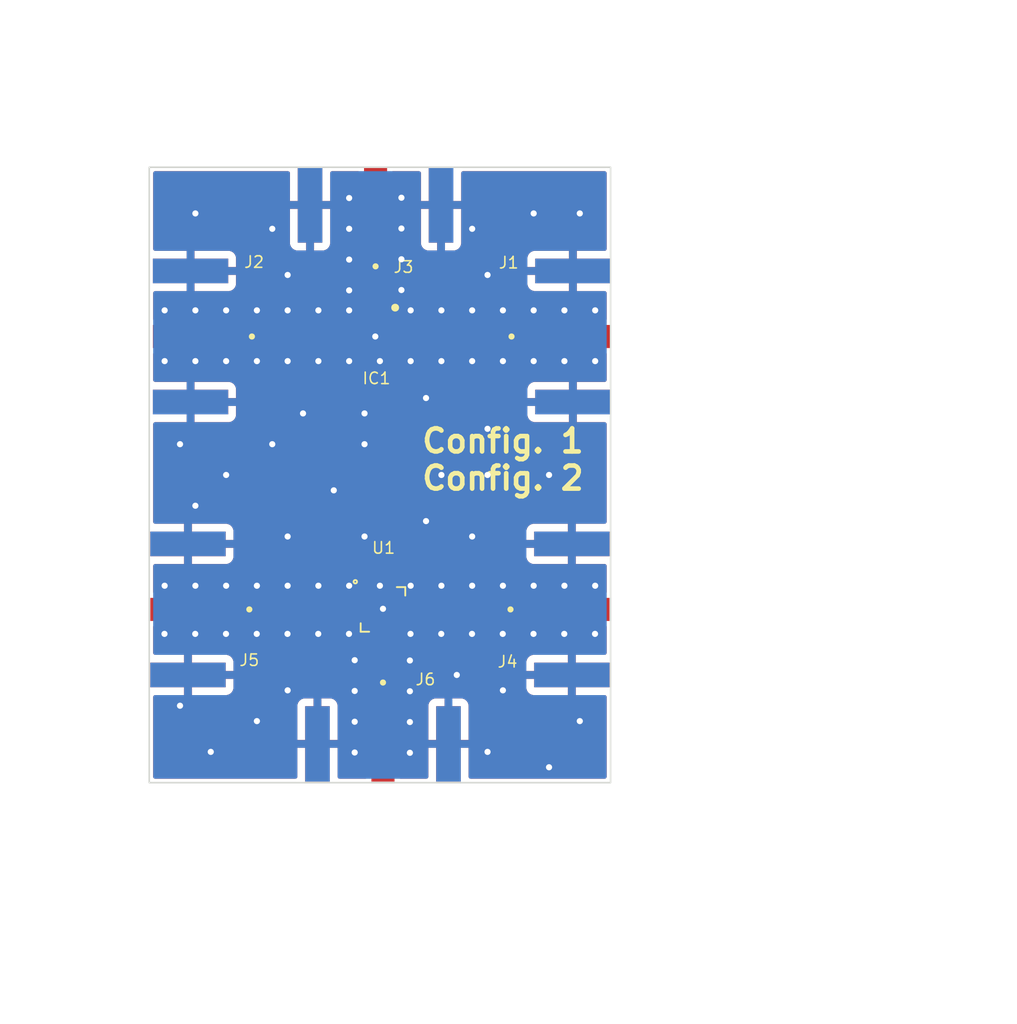
<source format=kicad_pcb>
(kicad_pcb (version 20211014) (generator pcbnew)
  (layers (0 "F.Cu" signal) (31 "B.Cu" signal) (34 "B.Paste" user) (35 "F.Paste" user) (36 "B.SilkS" user "B.Silkscreen") (37 "F.SilkS" user "F.Silkscreen") (38 "B.Mask" user) (39 "F.Mask" user) (44 "Edge.Cuts" user))
  (net 0 "")
  (net 1 "/IF 4.1")
  (net 2 "/LO 4.1")
  (net 3 "/RF 4.1")
  (net 4 "/RF 4.2")
  (net 5 "/LO 4.2")
  (net 6 "/IF 4.2")
  (net 7 "GND1")
  (footprint "SamacSys_Parts:QFN51P300X300X89-13N" (layer "F.Cu") (at 139.717501 96.000011 -90)
    (fp_text reference "IC1" (at 2.72 -0.06 -180) (layer "F.SilkS") (effects (font (size 0.75 0.75) (thickness 0.1))))
    (fp_text value "MDB-44H+" hide)
    (fp_circle (center -1.8755 -1.275) (end -1.8755 -1.1475) (layer "F.SilkS") (width 0.255) (fill none))
    (pad "1" smd rect locked (at -1.45 -0.51) (size 0.3 0.85) (layers "F.Cu" "F.Paste" "F.Mask") (net 7 "GND1"))
    (pad "2" smd rect locked (at -1.45 0) (size 0.3 0.85) (layers "F.Cu" "F.Paste" "F.Mask") (net 1 "/IF 4.1"))
    (pad "3" smd rect locked (at -1.45 0.51) (size 0.3 0.85) (layers "F.Cu" "F.Paste" "F.Mask") (net 7 "GND1"))
    (pad "4" smd rect locked (at -0.51 1.45 270) (size 0.3 0.85) (layers "F.Cu" "F.Paste" "F.Mask") (net 7 "GND1"))
    (pad "5" smd rect locked (at 0 1.45 270) (size 0.3 0.85) (layers "F.Cu" "F.Paste" "F.Mask") (net 2 "/LO 4.1"))
    (pad "6" smd rect locked (at 0.51 1.45 270) (size 0.3 0.85) (layers "F.Cu" "F.Paste" "F.Mask") (net 7 "GND1"))
    (pad "7" smd rect locked (at 1.45 0.51) (size 0.3 0.85) (layers "F.Cu" "F.Paste" "F.Mask") (net 7 "GND1"))
    (pad "8" smd rect locked (at 1.45 0) (size 0.3 0.85) (layers "F.Cu" "F.Paste" "F.Mask") (net 7 "GND1"))
    (pad "9" smd rect locked (at 1.45 -0.51) (size 0.3 0.85) (layers "F.Cu" "F.Paste" "F.Mask") (net 7 "GND1"))
    (pad "10" smd rect locked (at 0.51 -1.45 270) (size 0.3 0.85) (layers "F.Cu" "F.Paste" "F.Mask") (net 7 "GND1"))
    (pad "11" smd rect locked (at 0 -1.45 270) (size 0.3 0.85) (layers "F.Cu" "F.Paste" "F.Mask") (net 3 "/RF 4.1"))
    (pad "12" smd rect locked (at -0.51 -1.45 270) (size 0.3 0.85) (layers "F.Cu" "F.Paste" "F.Mask") (net 7 "GND1"))
    (pad "13" smd rect locked (at 0 0 270) (size 1.45 1.45) (layers "F.Cu" "F.Paste" "F.Mask") (net 7 "GND1"))
  )
  (footprint "GGS_Connectors:LINX_CONSMA020.062-G" (layer "F.Cu") (at 125.235 96 -90)
    (fp_text reference "J2" (at -4.84 -6.5825) (layer "F.SilkS") (effects (font (size 0.75 0.75) (thickness 0.1))))
    (fp_text value "SMA")
    (fp_circle (center 0 -6.44) (end 0.1 -6.44) (layer "F.SilkS") (width 0.2) (fill none))
    (pad "1" smd rect (at 0 -2.8 270) (size 1.5 5.6) (layers "F.Cu" "F.Paste" "F.Mask") (net 2 "/LO 4.1"))
    (pad "S1" smd rect (at -4.26 -2.45 270) (size 1.6 4.9) (layers "F.Cu" "F.Paste" "F.Mask") (net 7 "GND1"))
    (pad "S2" smd rect (at 4.26 -2.45 270) (size 1.6 4.9) (layers "F.Cu" "F.Paste" "F.Mask") (net 7 "GND1"))
    (pad "S3" smd rect (at -4.26 -2.45 270) (size 1.6 4.9) (layers "B.Cu" "B.Paste" "B.Mask") (net 7 "GND1"))
    (pad "S4" smd rect (at 4.26 -2.45 270) (size 1.6 4.9) (layers "B.Cu" "B.Paste" "B.Mask") (net 7 "GND1"))
  )
  (footprint "GGS_Connectors:LINX_CONSMA020.062-G" (layer "F.Cu") (at 125.0675 113.74 -90)
    (fp_text reference "J5" (at 3.3 -6.44 180) (layer "F.SilkS") (effects (font (size 0.75 0.75) (thickness 0.1))))
    (fp_text value "SMA")
    (fp_circle (center 0 -6.44) (end 0.1 -6.44) (layer "F.SilkS") (width 0.2) (fill none))
    (pad "1" smd rect (at 0 -2.8 270) (size 1.5 5.6) (layers "F.Cu" "F.Paste" "F.Mask") (net 5 "/LO 4.2"))
    (pad "S1" smd rect (at -4.26 -2.45 270) (size 1.6 4.9) (layers "F.Cu" "F.Paste" "F.Mask") (net 7 "GND1"))
    (pad "S2" smd rect (at 4.26 -2.45 270) (size 1.6 4.9) (layers "F.Cu" "F.Paste" "F.Mask") (net 7 "GND1"))
    (pad "S3" smd rect (at -4.26 -2.45 270) (size 1.6 4.9) (layers "B.Cu" "B.Paste" "B.Mask") (net 7 "GND1"))
    (pad "S4" smd rect (at 4.26 -2.45 270) (size 1.6 4.9) (layers "B.Cu" "B.Paste" "B.Mask") (net 7 "GND1"))
  )
  (footprint "GGS_Connectors:LINX_CONSMA020.062-G" (layer "F.Cu") (at 139.7175 85 180)
    (fp_text reference "J3" (at -1.82 -6.4825 180) (layer "F.SilkS") (effects (font (size 0.75 0.75) (thickness 0.1))))
    (fp_text value "SMA")
    (fp_circle (center 0 -6.44) (end 0.1 -6.44) (layer "F.SilkS") (width 0.2) (fill none))
    (pad "1" smd rect (at 0 -2.8 180) (size 1.5 5.6) (layers "F.Cu" "F.Paste" "F.Mask") (net 1 "/IF 4.1"))
    (pad "S1" smd rect (at -4.26 -2.45 180) (size 1.6 4.9) (layers "F.Cu" "F.Paste" "F.Mask") (net 7 "GND1"))
    (pad "S2" smd rect (at 4.26 -2.45 180) (size 1.6 4.9) (layers "F.Cu" "F.Paste" "F.Mask") (net 7 "GND1"))
    (pad "S3" smd rect (at -4.26 -2.45 180) (size 1.6 4.9) (layers "B.Cu" "B.Paste" "B.Mask") (net 7 "GND1"))
    (pad "S4" smd rect (at 4.26 -2.45 180) (size 1.6 4.9) (layers "B.Cu" "B.Paste" "B.Mask") (net 7 "GND1"))
  )
  (footprint "GGS_Connectors:LINX_CONSMA020.062-G" (layer "F.Cu") (at 155 96 90)
    (fp_text reference "J1" (at 4.8 -6.6225) (layer "F.SilkS") (effects (font (size 0.75 0.75) (thickness 0.1))))
    (fp_text value "SMA")
    (fp_circle (center 0 -6.44) (end 0.1 -6.44) (layer "F.SilkS") (width 0.2) (fill none))
    (pad "1" smd rect (at 0 -2.8 90) (size 1.5 5.6) (layers "F.Cu" "F.Paste" "F.Mask") (net 3 "/RF 4.1"))
    (pad "S1" smd rect (at -4.26 -2.45 90) (size 1.6 4.9) (layers "F.Cu" "F.Paste" "F.Mask") (net 7 "GND1"))
    (pad "S2" smd rect (at 4.26 -2.45 90) (size 1.6 4.9) (layers "F.Cu" "F.Paste" "F.Mask") (net 7 "GND1"))
    (pad "S3" smd rect (at -4.26 -2.45 90) (size 1.6 4.9) (layers "B.Cu" "B.Paste" "B.Mask") (net 7 "GND1"))
    (pad "S4" smd rect (at 4.26 -2.45 90) (size 1.6 4.9) (layers "B.Cu" "B.Paste" "B.Mask") (net 7 "GND1"))
  )
  (footprint "GGS_Connectors:LINX_CONSMA020.062-G" (layer "F.Cu") (at 140.2 124.9325)
    (fp_text reference "J6" (at 2.76 -6.6425 180) (layer "F.SilkS") (effects (font (size 0.75 0.75) (thickness 0.1))))
    (fp_text value "SMA")
    (fp_circle (center 0 -6.44) (end 0.1 -6.44) (layer "F.SilkS") (width 0.2) (fill none))
    (pad "1" smd rect (at 0 -2.8) (size 1.5 5.6) (layers "F.Cu" "F.Paste" "F.Mask") (net 6 "/IF 4.2"))
    (pad "S1" smd rect (at -4.26 -2.45) (size 1.6 4.9) (layers "F.Cu" "F.Paste" "F.Mask") (net 7 "GND1"))
    (pad "S2" smd rect (at 4.26 -2.45) (size 1.6 4.9) (layers "F.Cu" "F.Paste" "F.Mask") (net 7 "GND1"))
    (pad "S3" smd rect (at -4.26 -2.45) (size 1.6 4.9) (layers "B.Cu" "B.Paste" "B.Mask") (net 7 "GND1"))
    (pad "S4" smd rect (at 4.26 -2.45) (size 1.6 4.9) (layers "B.Cu" "B.Paste" "B.Mask") (net 7 "GND1"))
  )
  (footprint "Mixer_2:HMC260ALC3B" (layer "F.Cu") (at 140.199999 113.740006)
    (fp_text reference "U1" (at 0.04 -4 unlocked) (layer "F.SilkS") (effects (font (size 0.75 0.75) (thickness 0.1))))
    (fp_text value "HMC260ALC3B")
    (fp_line (start 1.45 -0.9) (end 1.45 -1.45) (layer "F.SilkS") (width 0.12))
    (fp_line (start -1.45 1.45) (end -1.45 0.9) (layer "F.SilkS") (width 0.12))
    (fp_line (start 1.45 -1.45) (end 0.9 -1.45) (layer "F.SilkS") (width 0.12))
    (fp_line (start -0.9 1.45) (end -1.45 1.45) (layer "F.SilkS") (width 0.12))
    (fp_circle (center -1.8 -1.8) (end -1.76 -1.77) (layer "F.SilkS") (width 0.12) (fill none))
    (pad "1" smd rect (at -1.5 -0.5) (size 0.9 0.3) (layers "F.Cu" "F.Paste" "F.Mask") (net 7 "GND1"))
    (pad "2" smd rect (at -1.5 0) (size 0.9 0.3) (layers "F.Cu" "F.Paste" "F.Mask") (net 5 "/LO 4.2"))
    (pad "3" smd rect (at -1.5 0.5) (size 0.9 0.3) (layers "F.Cu" "F.Paste" "F.Mask") (net 7 "GND1"))
    (pad "4" smd rect (at -0.5 1.5) (size 0.3 0.9) (layers "F.Cu" "F.Paste" "F.Mask") (net 7 "GND1"))
    (pad "5" smd rect (at 0 1.5) (size 0.3 0.9) (layers "F.Cu" "F.Paste" "F.Mask") (net 6 "/IF 4.2"))
    (pad "6" smd rect (at 0.5 1.5) (size 0.3 0.9) (layers "F.Cu" "F.Paste" "F.Mask") (net 7 "GND1"))
    (pad "7" smd rect (at 1.5 0.5) (size 0.9 0.3) (layers "F.Cu" "F.Paste" "F.Mask") (net 7 "GND1"))
    (pad "8" smd rect (at 1.5 0) (size 0.9 0.3) (layers "F.Cu" "F.Paste" "F.Mask") (net 4 "/RF 4.2"))
    (pad "9" smd rect (at 1.5 -0.5) (size 0.9 0.3) (layers "F.Cu" "F.Paste" "F.Mask") (net 7 "GND1"))
    (pad "10" smd rect (at 0.5 -1.5) (size 0.3 0.9) (layers "F.Cu" "F.Paste" "F.Mask") (net 7 "GND1"))
    (pad "11" smd rect (at 0 -1.5) (size 0.3 0.9) (layers "F.Cu" "F.Paste" "F.Mask") (net 7 "GND1"))
    (pad "12" smd rect (at -0.5 -1.5) (size 0.3 0.9) (layers "F.Cu" "F.Paste" "F.Mask") (net 7 "GND1"))
    (pad "13" smd rect (at 0 0) (size 1.5 1.5) (layers "F.Cu" "F.Paste" "F.Mask") (net 7 "GND1"))
  )
  (footprint "GGS_Connectors:LINX_CONSMA020.062-G" (layer "F.Cu") (at 154.9325 113.74 90)
    (fp_text reference "J4" (at -3.4 -6.6325) (layer "F.SilkS") (effects (font (size 0.75 0.75) (thickness 0.1))))
    (fp_text value "SMA")
    (fp_circle (center 0 -6.44) (end 0.1 -6.44) (layer "F.SilkS") (width 0.2) (fill none))
    (pad "1" smd rect (at 0 -2.8 90) (size 1.5 5.6) (layers "F.Cu" "F.Paste" "F.Mask") (net 4 "/RF 4.2"))
    (pad "S1" smd rect (at -4.26 -2.45 90) (size 1.6 4.9) (layers "F.Cu" "F.Paste" "F.Mask") (net 7 "GND1"))
    (pad "S2" smd rect (at 4.26 -2.45 90) (size 1.6 4.9) (layers "F.Cu" "F.Paste" "F.Mask") (net 7 "GND1"))
    (pad "S3" smd rect (at -4.26 -2.45 90) (size 1.6 4.9) (layers "B.Cu" "B.Paste" "B.Mask") (net 7 "GND1"))
    (pad "S4" smd rect (at 4.26 -2.45 90) (size 1.6 4.9) (layers "B.Cu" "B.Paste" "B.Mask") (net 7 "GND1"))
  )
  (gr_rect (start 125 85) (end 155 125) (layer "Edge.Cuts") (width 0.1) (fill none))
  (gr_text "Config. 1\nConfig. 2" (at 148 104) (layer "F.SilkS") (effects (font (size 1.5 1.5) (thickness 0.3))))
  (segment (start 139.7175 93.28099) (end 139.72 93.28349) (width 1.58242) (layer "F.Cu") (net 1))
  (segment (start 139.717501 94.550011) (end 139.717501 93.285989) (width 0.4) (layer "F.Cu") (net 1))
  (segment (start 139.717501 93.285989) (end 139.72 93.28349) (width 0.4) (layer "F.Cu") (net 1))
  (segment (start 139.7175 87.8) (end 139.7175 93.28099) (width 1.58242) (layer "F.Cu") (net 1))
  (segment (start 138.267501 96.000011) (end 136.960011 96.000011) (width 0.4) (layer "F.Cu") (net 2))
  (segment (start 136.960011 96.000011) (end 136.96 96) (width 0.4) (layer "F.Cu") (net 2))
  (segment (start 128.035 96) (end 136.96 96) (width 1.54178) (layer "F.Cu") (net 2))
  (segment (start 152.2 96) (end 142.44 96) (width 1.4732) (layer "F.Cu") (net 3))
  (segment (start 142.399989 96.000011) (end 141.167501 96.000011) (width 0.4) (layer "F.Cu") (net 3))
  (segment (start 143 113.74) (end 142.999994 113.740006) (width 0.4) (layer "F.Cu") (net 4))
  (segment (start 142.999994 113.740006) (end 141.699999 113.740006) (width 0.4) (layer "F.Cu") (net 4))
  (segment (start 152.1325 113.74) (end 143 113.74) (width 1.4732) (layer "F.Cu") (net 4))
  (segment (start 137.389994 113.740006) (end 138.699999 113.740006) (width 0.4) (layer "F.Cu") (net 5))
  (segment (start 127.8675 113.74) (end 137.37 113.74) (width 1.52654) (layer "F.Cu") (net 5))
  (segment (start 140.2 122.1325) (end 140.2 116.68) (width 1.59258) (layer "F.Cu") (net 6))
  (segment (start 140.199999 115.240006) (end 140.199999 116.640001) (width 0.4) (layer "F.Cu") (net 6))
  (via (at 141.95 119.06) (size 0.8) (drill 0.4) (layers "F.Cu" "B.Cu") (net 7))
  (via (at 136 97.6) (size 0.8) (drill 0.4) (layers "F.Cu" "B.Cu") (net 7))
  (via (at 132 94.3) (size 0.8) (drill 0.4) (layers "F.Cu" "B.Cu") (net 7))
  (via (at 139 109) (size 0.8) (drill 0.4) (layers "F.Cu" "B.Cu") (net 7))
  (via (at 132 121) (size 0.8) (drill 0.4) (layers "F.Cu" "B.Cu") (net 7))
  (via (at 134 94.3) (size 0.8) (drill 0.4) (layers "F.Cu" "B.Cu") (net 7))
  (via (at 138 91) (size 0.8) (drill 0.4) (layers "F.Cu" "B.Cu") (net 7))
  (via (at 147 92) (size 0.8) (drill 0.4) (layers "F.Cu" "B.Cu") (net 7))
  (via (at 130 94.3) (size 0.8) (drill 0.4) (layers "F.Cu" "B.Cu") (net 7))
  (via (at 138.36 119.04) (size 0.8) (drill 0.4) (layers "F.Cu" "B.Cu") (net 7))
  (via (at 143.99 115.33) (size 0.8) (drill 0.4) (layers "F.Cu" "B.Cu") (net 7))
  (via (at 138 97.6) (size 0.8) (drill 0.4) (layers "F.Cu" "B.Cu") (net 7))
  (via (at 126 112.2) (size 0.8) (drill 0.4) (layers "F.Cu" "B.Cu") (net 7))
  (via (at 129.99 115.33) (size 0.8) (drill 0.4) (layers "F.Cu" "B.Cu") (net 7))
  (via (at 136 112.2) (size 0.8) (drill 0.4) (layers "F.Cu" "B.Cu") (net 7))
  (via (at 152 112.2) (size 0.8) (drill 0.4) (layers "F.Cu" "B.Cu") (net 7))
  (via (at 154 94.3) (size 0.8) (drill 0.4) (layers "F.Cu" "B.Cu") (net 7))
  (via (at 133 89) (size 0.8) (drill 0.4) (layers "F.Cu" "B.Cu") (net 7))
  (via (at 142 97.6) (size 0.8) (drill 0.4) (layers "F.Cu" "B.Cu") (net 7))
  (via (at 138 94.3) (size 0.8) (drill 0.4) (layers "F.Cu" "B.Cu") (net 7))
  (via (at 150 112.2) (size 0.8) (drill 0.4) (layers "F.Cu" "B.Cu") (net 7))
  (via (at 144 105) (size 0.8) (drill 0.4) (layers "F.Cu" "B.Cu") (net 7))
  (via (at 148 97.6) (size 0.8) (drill 0.4) (layers "F.Cu" "B.Cu") (net 7))
  (via (at 143 100) (size 0.8) (drill 0.4) (layers "F.Cu" "B.Cu") (net 7))
  (via (at 147.99 115.33) (size 0.8) (drill 0.4) (layers "F.Cu" "B.Cu") (net 7))
  (via (at 138 89) (size 0.8) (drill 0.4) (layers "F.Cu" "B.Cu") (net 7))
  (via (at 137.99 115.33) (size 0.8) (drill 0.4) (layers "F.Cu" "B.Cu") (net 7))
  (via (at 151.99 115.33) (size 0.8) (drill 0.4) (layers "F.Cu" "B.Cu") (net 7))
  (via (at 138 87) (size 0.8) (drill 0.4) (layers "F.Cu" "B.Cu") (net 7))
  (via (at 146 89) (size 0.8) (drill 0.4) (layers "F.Cu" "B.Cu") (net 7))
  (via (at 139 103) (size 0.8) (drill 0.4) (layers "F.Cu" "B.Cu") (net 7))
  (via (at 141.95 123.06) (size 0.8) (drill 0.4) (layers "F.Cu" "B.Cu") (net 7))
  (via (at 130 97.6) (size 0.8) (drill 0.4) (layers "F.Cu" "B.Cu") (net 7))
  (via (at 152 94.3) (size 0.8) (drill 0.4) (layers "F.Cu" "B.Cu") (net 7))
  (via (at 150 97.6) (size 0.8) (drill 0.4) (layers "F.Cu" "B.Cu") (net 7))
  (via (at 144 97.6) (size 0.8) (drill 0.4) (layers "F.Cu" "B.Cu") (net 7))
  (via (at 140 97.6) (size 0.8) (drill 0.4) (layers "F.Cu" "B.Cu") (net 7))
  (via (at 141.4 86.98) (size 0.8) (drill 0.4) (layers "F.Cu" "B.Cu") (net 7))
  (via (at 149.99 115.33) (size 0.8) (drill 0.4) (layers "F.Cu" "B.Cu") (net 7))
  (via (at 133.99 115.33) (size 0.8) (drill 0.4) (layers "F.Cu" "B.Cu") (net 7))
  (via (at 146 97.6) (size 0.8) (drill 0.4) (layers "F.Cu" "B.Cu") (net 7))
  (via (at 150 94.3) (size 0.8) (drill 0.4) (layers "F.Cu" "B.Cu") (net 7))
  (via (at 153 88) (size 0.8) (drill 0.4) (layers "F.Cu" "B.Cu") (net 7))
  (via (at 131.99 115.33) (size 0.8) (drill 0.4) (layers "F.Cu" "B.Cu") (net 7))
  (via (at 141.95 121.06) (size 0.8) (drill 0.4) (layers "F.Cu" "B.Cu") (net 7))
  (via (at 126 97.6) (size 0.8) (drill 0.4) (layers "F.Cu" "B.Cu") (net 7))
  (via (at 151 105) (size 0.8) (drill 0.4) (layers "F.Cu" "B.Cu") (net 7))
  (via (at 133 103) (size 0.8) (drill 0.4) (layers "F.Cu" "B.Cu") (net 7))
  (via (at 137 106) (size 0.8) (drill 0.4) (layers "F.Cu" "B.Cu") (net 7))
  (via (at 146 112.2) (size 0.8) (drill 0.4) (layers "F.Cu" "B.Cu") (net 7))
  (via (at 134 109) (size 0.8) (drill 0.4) (layers "F.Cu" "B.Cu") (net 7))
  (via (at 132 112.2) (size 0.8) (drill 0.4) (layers "F.Cu" "B.Cu") (net 7))
  (via (at 127.99 115.33) (size 0.8) (drill 0.4) (layers "F.Cu" "B.Cu") (net 7))
  (via (at 132 97.6) (size 0.8) (drill 0.4) (layers "F.Cu" "B.Cu") (net 7))
  (via (at 153 121) (size 0.8) (drill 0.4) (layers "F.Cu" "B.Cu") (net 7))
  (via (at 135.99 115.33) (size 0.8) (drill 0.4) (layers "F.Cu" "B.Cu") (net 7))
  (via (at 128 97.6) (size 0.8) (drill 0.4) (layers "F.Cu" "B.Cu") (net 7))
  (via (at 126 94.3) (size 0.8) (drill 0.4) (layers "F.Cu" "B.Cu") (net 7))
  (via (at 130 105) (size 0.8) (drill 0.4) (layers "F.Cu" "B.Cu") (net 7))
  (via (at 148 119) (size 0.8) (drill 0.4) (layers "F.Cu" "B.Cu") (net 7))
  (via (at 138.36 117.04) (size 0.8) (drill 0.4) (layers "F.Cu" "B.Cu") (net 7))
  (via (at 142 94.3) (size 0.8) (drill 0.4) (layers "F.Cu" "B.Cu") (net 7))
  (via (at 134 97.6) (size 0.8) (drill 0.4) (layers "F.Cu" "B.Cu") (net 7))
  (via (at 139 101) (size 0.8) (drill 0.4) (layers "F.Cu" "B.Cu") (net 7))
  (via (at 128 94.3) (size 0.8) (drill 0.4) (layers "F.Cu" "B.Cu") (net 7))
  (via (at 130 112.2) (size 0.8) (drill 0.4) (layers "F.Cu" "B.Cu") (net 7))
  (via (at 143 108) (size 0.8) (drill 0.4) (layers "F.Cu" "B.Cu") (net 7))
  (via (at 148 112.2) (size 0.8) (drill 0.4) (layers "F.Cu" "B.Cu") (net 7))
  (via (at 154 97.6) (size 0.8) (drill 0.4) (layers "F.Cu" "B.Cu") (net 7))
  (via (at 153.99 115.33) (size 0.8) (drill 0.4) (layers "F.Cu" "B.Cu") (net 7))
  (via (at 154 112.2) (size 0.8) (drill 0.4) (layers "F.Cu" "B.Cu") (net 7))
  (via (at 147 123) (size 0.8) (drill 0.4) (layers "F.Cu" "B.Cu") (net 7))
  (via (at 138.36 121.04) (size 0.8) (drill 0.4) (layers "F.Cu" "B.Cu") (net 7))
  (via (at 141.4 88.98) (size 0.8) (drill 0.4) (layers "F.Cu" "B.Cu") (net 7))
  (via (at 141.95 117.06) (size 0.8) (drill 0.4) (layers "F.Cu" "B.Cu") (net 7))
  (via (at 134 112.2) (size 0.8) (drill 0.4) (layers "F.Cu" "B.Cu") (net 7))
  (via (at 140 112.2) (size 0.8) (drill 0.4) (layers "F.Cu" "B.Cu") (net 7))
  (via (at 138 112.2) (size 0.8) (drill 0.4) (layers "F.Cu" "B.Cu") (net 7))
  (via (at 141.4 92.98) (size 0.8) (drill 0.4) (layers "F.Cu" "B.Cu") (net 7))
  (via (at 135 101) (size 0.8) (drill 0.4) (layers "F.Cu" "B.Cu") (net 7))
  (via (at 125.99 115.33) (size 0.8) (drill 0.4) (layers "F.Cu" "B.Cu") (net 7))
  (via (at 128 112.2) (size 0.8) (drill 0.4) (layers "F.Cu" "B.Cu") (net 7))
  (via (at 145.99 115.33) (size 0.8) (drill 0.4) (layers "F.Cu" "B.Cu") (net 7))
  (via (at 134 119) (size 0.8) (drill 0.4) (layers "F.Cu" "B.Cu") (net 7))
  (via (at 128 107) (size 0.8) (drill 0.4) (layers "F.Cu" "B.Cu") (net 7))
  (via (at 141.99 115.33) (size 0.8) (drill 0.4) (layers "F.Cu" "B.Cu") (net 7))
  (via (at 146 109) (size 0.8) (drill 0.4) (layers "F.Cu" "B.Cu") (net 7))
  (via (at 150 88) (size 0.8) (drill 0.4) (layers "F.Cu" "B.Cu") (net 7))
  (via (at 144 112.2) (size 0.8) (drill 0.4) (layers "F.Cu" "B.Cu") (net 7))
  (via (at 140.2 113.7) (size 0.8) (drill 0.4) (layers "F.Cu" "B.Cu") (net 7))
  (via (at 147 105) (size 0.8) (drill 0.4) (layers "F.Cu" "B.Cu") (net 7))
  (via (at 141.4 90.98) (size 0.8) (drill 0.4) (layers "F.Cu" "B.Cu") (net 7))
  (via (at 147 102) (size 0.8) (drill 0.4) (layers "F.Cu" "B.Cu") (net 7))
  (via (at 138 93) (size 0.8) (drill 0.4) (layers "F.Cu" "B.Cu") (net 7))
  (via (at 151 124) (size 0.8) (drill 0.4) (layers "F.Cu" "B.Cu") (net 7))
  (via (at 148 94.3) (size 0.8) (drill 0.4) (layers "F.Cu" "B.Cu") (net 7))
  (via (at 138.36 123.04) (size 0.8) (drill 0.4) (layers "F.Cu" "B.Cu") (net 7))
  (via (at 144 94.3) (size 0.8) (drill 0.4) (layers "F.Cu" "B.Cu") (net 7))
  (via (at 128 88) (size 0.8) (drill 0.4) (layers "F.Cu" "B.Cu") (net 7))
  (via (at 142 112.2) (size 0.8) (drill 0.4) (layers "F.Cu" "B.Cu") (net 7))
  (via (at 127 120) (size 0.8) (drill 0.4) (layers "F.Cu" "B.Cu") (net 7))
  (via (at 134 92) (size 0.8) (drill 0.4) (layers "F.Cu" "B.Cu") (net 7))
  (via (at 139.7 96) (size 0.8) (drill 0.4) (layers "F.Cu" "B.Cu") (net 7))
  (via (at 146 94.3) (size 0.8) (drill 0.4) (layers "F.Cu" "B.Cu") (net 7))
  (via (at 152 97.6) (size 0.8) (drill 0.4) (layers "F.Cu" "B.Cu") (net 7))
  (via (at 129 123) (size 0.8) (drill 0.4) (layers "F.Cu" "B.Cu") (net 7))
  (via (at 136 94.3) (size 0.8) (drill 0.4) (layers "F.Cu" "B.Cu") (net 7))
  (via (at 145 118) (size 0.8) (drill 0.4) (layers "F.Cu" "B.Cu") (net 7))
  (via (at 127 103) (size 0.8) (drill 0.4) (layers "F.Cu" "B.Cu") (net 7))
  (zone (net 7) (net_name "GND1") (layers F&B.Cu) (connect_pads (clearance 0.254)) (min_thickness 0.254) (fill yes (thermal_gap 0.508) (thermal_bridge_width 0.508))
    (polygon (pts (xy 155 125) (xy 125 125) (xy 125 85) (xy 155 85)))
  )
)
</source>
